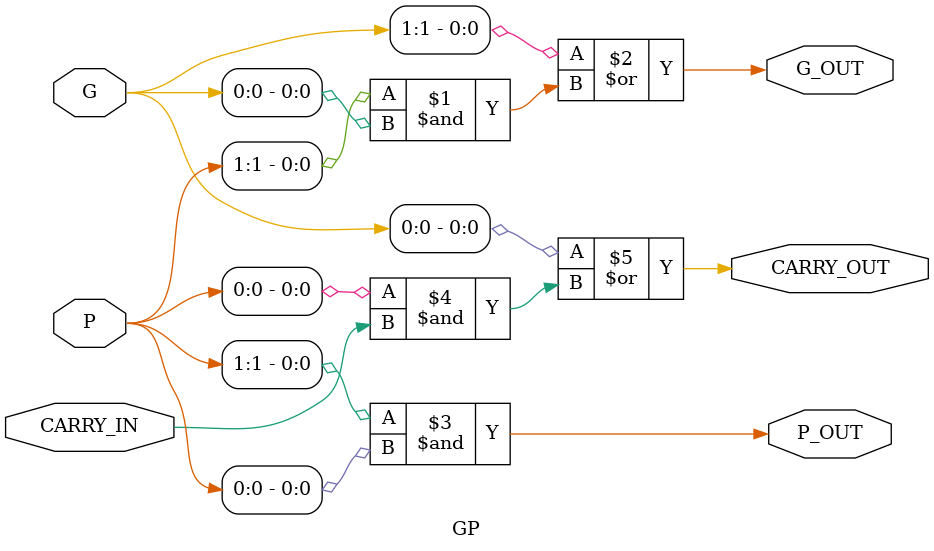
<source format=v>
module GP (
    input [1:0] G,
    input [1:0] P,
    input CARRY_IN,
    output G_OUT,
    output P_OUT,
    output CARRY_OUT
    ); 

    assign G_OUT = G[1] | P[1] & G[0]; 
    assign P_OUT = P[1] & P[0]; 
    assign CARRY_OUT = G[0] | P[0] & CARRY_IN; 
endmodule
</source>
